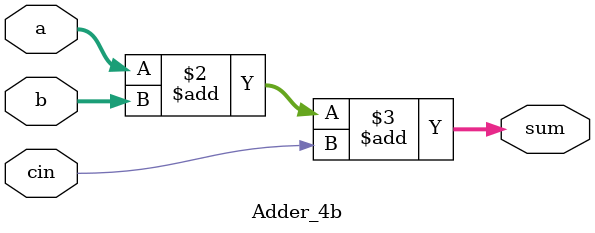
<source format=sv>
`timescale 1ns / 1ps


module Adder_4b(
    input logic signed [3:0] a, b,
    input logic cin,
    output logic signed [3:0] sum
    //output logic cout
    );
    
    always@(a, b, cin)
    begin
        sum <= a + b + cin;
        /*
        cout <= (a[3]&b[3]) |
                (a[3]^b[3]) & a[2]&b[2] | 
                (a[3]^b[3]) & (a[2]^b[2]) & a[1]&b[1] | 
                (a[3]^b[3]) & (a[2]^b[2]) & (a[1]^b[1]) & a[0]&b[0] | 
                (a[3]^b[3]) & (a[2]^b[2]) & (a[1]^b[1]) & (a[0]^b[0]) & cin;
        */
    end
endmodule

</source>
